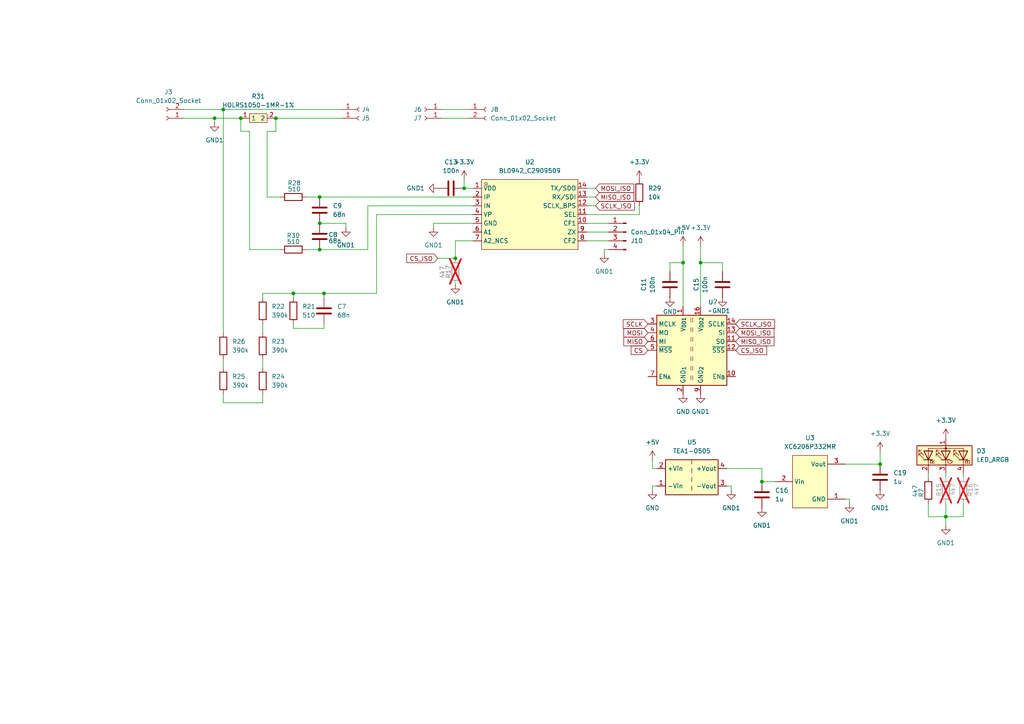
<source format=kicad_sch>
(kicad_sch (version 20231120) (generator "eeschema") (generator_version "8.0")
  (paper "A4")
  (lib_symbols
    (symbol "Connector:Conn_01x01_Socket" (pin_names (offset 1.016) hide)
      (property "Reference" "J" (at 0 2.54 0))
      (property "Value" "Conn_01x01_Socket" (at 0 -2.54 0))
      (symbol "Conn_01x01_Socket_1_1"
        (polyline (pts (xy -1.27 0) (xy -0.508 0)) (stroke (width 0.1524)))
        (arc (start 0 0.508) (mid -0.5058 0) (end 0 -0.508) (stroke (width 0.1524)))
        (pin passive line (at -5.08 0 0) (length 3.81) (name "Pin_1") (number "1"))
      )
    )
    (symbol "Connector:Conn_01x02_Socket" (pin_names (offset 1.016) hide)
      (property "Reference" "J" (at 0 2.54 0))
      (property "Value" "Conn_01x02_Socket" (at 0 -5.08 0))
      (symbol "Conn_01x02_Socket_1_1"
        (arc (start 0 -2.032) (mid -0.5058 -2.54) (end 0 -3.048) (stroke (width 0.1524)))
        (polyline (pts (xy -1.27 -2.54) (xy -0.508 -2.54)) (stroke (width 0.1524)))
        (polyline (pts (xy -1.27 0) (xy -0.508 0)) (stroke (width 0.1524)))
        (arc (start 0 0.508) (mid -0.5058 0) (end 0 -0.508) (stroke (width 0.1524)))
        (pin passive line (at -5.08 0 0) (length 3.81) (name "Pin_1") (number "1"))
        (pin passive line (at -5.08 -2.54 0) (length 3.81) (name "Pin_2") (number "2"))
      )
    )
    (symbol "Connector:Conn_01x04_Pin" (pin_names (offset 1.016) hide)
      (property "Reference" "J" (at 0 5.08 0))
      (property "Value" "Conn_01x04_Pin" (at 0 -7.62 0))
      (symbol "Conn_01x04_Pin_1_1"
        (polyline (pts (xy 1.27 -5.08) (xy 0.8636 -5.08)) (stroke (width 0.1524)))
        (polyline (pts (xy 1.27 -2.54) (xy 0.8636 -2.54)) (stroke (width 0.1524)))
        (polyline (pts (xy 1.27 0) (xy 0.8636 0)) (stroke (width 0.1524)))
        (polyline (pts (xy 1.27 2.54) (xy 0.8636 2.54)) (stroke (width 0.1524)))
        (rectangle (start 0.8636 -4.953) (end 0 -5.207) (stroke (width 0.1524)) (fill (type outline)))
        (rectangle (start 0.8636 -2.413) (end 0 -2.667) (stroke (width 0.1524)) (fill (type outline)))
        (rectangle (start 0.8636 0.127) (end 0 -0.127) (stroke (width 0.1524)) (fill (type outline)))
        (rectangle (start 0.8636 2.667) (end 0 2.413) (stroke (width 0.1524)) (fill (type outline)))
        (pin passive line (at 5.08 2.54 180) (length 3.81) (name "Pin_1") (number "1"))
        (pin passive line (at 5.08 0 180) (length 3.81) (name "Pin_2") (number "2"))
        (pin passive line (at 5.08 -2.54 180) (length 3.81) (name "Pin_3") (number "3"))
        (pin passive line (at 5.08 -5.08 180) (length 3.81) (name "Pin_4") (number "4"))
      )
    )
    (symbol "Converter_DCDC:TEA1-0505"
      (property "Reference" "U" (at -7.62 6.35 0))
      (property "Value" "TEA1-0505" (at -2.54 6.35 0))
      (symbol "TEA1-0505_0_0"
        (pin power_in line (at -10.16 -2.54 0) (length 2.54) (name "-Vin") (number "1"))
        (pin power_in line (at -10.16 2.54 0) (length 2.54) (name "+Vin") (number "2"))
        (pin power_out line (at 10.16 -2.54 180) (length 2.54) (name "-Vout") (number "3"))
        (pin power_out line (at 10.16 2.54 180) (length 2.54) (name "+Vout") (number "4"))
      )
      (symbol "TEA1-0505_0_1"
        (rectangle (start -7.62 5.08) (end 7.62 -5.08) (stroke (width 0.254)) (fill (type background)))
        (polyline (pts (xy 0 -2.54) (xy 0 -3.81)))
        (polyline (pts (xy 0 0) (xy 0 -1.27)))
        (polyline (pts (xy 0 2.54) (xy 0 1.27)))
        (polyline (pts (xy 0 5.08) (xy 0 3.81)))
      )
    )
    (symbol "Device:C" (pin_numbers hide) (pin_names (offset 0.254))
      (property "Reference" "C" (at 0.635 2.54 0))
      (property "Value" "C" (at 0.635 -2.54 0))
      (symbol "C_0_1"
        (polyline (pts (xy -2.032 -0.762) (xy 2.032 -0.762)) (stroke (width 0.508)))
        (polyline (pts (xy -2.032 0.762) (xy 2.032 0.762)) (stroke (width 0.508)))
      )
      (symbol "C_1_1"
        (pin passive line (at 0 3.81 270) (length 2.794) (name "~") (number "1"))
        (pin passive line (at 0 -3.81 90) (length 2.794) (name "~") (number "2"))
      )
    )
    (symbol "Device:LED_ARGB" (pin_names (offset 0) hide)
      (property "Reference" "D" (at 0 9.398 0))
      (property "Value" "LED_ARGB" (at 0 -8.89 0))
      (symbol "LED_ARGB_0_0"
        (text "B" (at -1.905 -6.35 0) (effects (font (size 1.27 1.27))))
        (text "G" (at -1.905 -1.27 0) (effects (font (size 1.27 1.27))))
        (text "R" (at -1.905 3.81 0) (effects (font (size 1.27 1.27))))
      )
      (symbol "LED_ARGB_0_1"
        (polyline (pts (xy -1.27 -5.08) (xy -2.54 -5.08)))
        (polyline (pts (xy -1.27 -5.08) (xy 1.27 -5.08)))
        (polyline (pts (xy -1.27 -3.81) (xy -1.27 -6.35)) (stroke (width 0.254)))
        (polyline (pts (xy -1.27 0) (xy -2.54 0)))
        (polyline (pts (xy -1.27 1.27) (xy -1.27 -1.27)) (stroke (width 0.254)))
        (polyline (pts (xy -1.27 5.08) (xy -2.54 5.08)))
        (polyline (pts (xy -1.27 5.08) (xy 1.27 5.08)))
        (polyline (pts (xy -1.27 6.35) (xy -1.27 3.81)) (stroke (width 0.254)))
        (polyline (pts (xy 1.27 0) (xy -1.27 0)))
        (polyline (pts (xy 1.27 0) (xy 2.54 0)))
        (polyline (pts (xy -1.27 1.27) (xy -1.27 -1.27) (xy -1.27 -1.27)))
        (polyline (pts (xy -1.27 6.35) (xy -1.27 3.81) (xy -1.27 3.81)))
        (polyline (pts (xy 1.27 -5.08) (xy 2.032 -5.08) (xy 2.032 5.08) (xy 1.27 5.08)))
        (polyline (pts (xy 1.27 -3.81) (xy 1.27 -6.35) (xy -1.27 -5.08) (xy 1.27 -3.81)) (stroke (width 0.254)))
        (polyline (pts (xy 1.27 1.27) (xy 1.27 -1.27) (xy -1.27 0) (xy 1.27 1.27)) (stroke (width 0.254)))
        (polyline (pts (xy 1.27 6.35) (xy 1.27 3.81) (xy -1.27 5.08) (xy 1.27 6.35)) (stroke (width 0.254)))
        (polyline (pts (xy -1.016 -3.81) (xy 0.508 -2.286) (xy -0.254 -2.286) (xy 0.508 -2.286) (xy 0.508 -3.048)))
        (polyline (pts (xy -1.016 1.27) (xy 0.508 2.794) (xy -0.254 2.794) (xy 0.508 2.794) (xy 0.508 2.032)))
        (polyline (pts (xy -1.016 6.35) (xy 0.508 7.874) (xy -0.254 7.874) (xy 0.508 7.874) (xy 0.508 7.112)))
        (polyline (pts (xy 0 -3.81) (xy 1.524 -2.286) (xy 0.762 -2.286) (xy 1.524 -2.286) (xy 1.524 -3.048)))
        (polyline (pts (xy 0 1.27) (xy 1.524 2.794) (xy 0.762 2.794) (xy 1.524 2.794) (xy 1.524 2.032)))
        (polyline (pts (xy 0 6.35) (xy 1.524 7.874) (xy 0.762 7.874) (xy 1.524 7.874) (xy 1.524 7.112)))
        (rectangle (start 1.27 -1.27) (end 1.27 1.27))
        (rectangle (start 1.27 1.27) (end 1.27 1.27))
        (rectangle (start 1.27 3.81) (end 1.27 6.35))
        (rectangle (start 1.27 6.35) (end 1.27 6.35))
        (circle (center 2.032 0) (radius 0.254) (fill (type outline)))
        (rectangle (start 2.794 8.382) (end -2.794 -7.62) (stroke (width 0.254)) (fill (type background)))
      )
      (symbol "LED_ARGB_1_1"
        (pin passive line (at 5.08 0 180) (length 2.54) (name "A") (number "1"))
        (pin passive line (at -5.08 5.08 0) (length 2.54) (name "RK") (number "2"))
        (pin passive line (at -5.08 0 0) (length 2.54) (name "GK") (number "3"))
        (pin passive line (at -5.08 -5.08 0) (length 2.54) (name "BK") (number "4"))
      )
    )
    (symbol "Device:R" (pin_numbers hide) (pin_names (offset 0))
      (property "Reference" "R" (at 2.032 0 90))
      (property "Value" "R" (at 0 0 90))
      (symbol "R_0_1"
        (rectangle (start -1.016 -2.54) (end 1.016 2.54) (stroke (width 0.254)))
      )
      (symbol "R_1_1"
        (pin passive line (at 0 3.81 270) (length 1.27) (name "~") (number "1"))
        (pin passive line (at 0 -3.81 90) (length 1.27) (name "~") (number "2"))
      )
    )
    (symbol "LCSC:BL0942_C2909509"
      (property "Reference" "U" (at 0 12.7 0))
      (property "Value" "BL0942_C2909509" (at 0 -12.7 0))
      (symbol "BL0942_C2909509_0_1"
        (rectangle (start -13.97 10.16) (end 13.97 -10.16) (fill (type background)))
        (circle (center -12.7 8.89) (radius 0.38))
        (pin unspecified line (at -16.51 7.62 0) (length 2.54) (name "VDD") (number "1"))
        (pin unspecified line (at 16.51 -2.54 180) (length 2.54) (name "CF1") (number "10"))
        (pin unspecified line (at 16.51 0 180) (length 2.54) (name "SEL") (number "11"))
        (pin unspecified line (at 16.51 2.54 180) (length 2.54) (name "SCLK_BPS") (number "12"))
        (pin unspecified line (at 16.51 5.08 180) (length 2.54) (name "RX/SDI") (number "13"))
        (pin unspecified line (at 16.51 7.62 180) (length 2.54) (name "TX/SDO") (number "14"))
        (pin unspecified line (at -16.51 5.08 0) (length 2.54) (name "IP") (number "2"))
        (pin unspecified line (at -16.51 2.54 0) (length 2.54) (name "IN") (number "3"))
        (pin unspecified line (at -16.51 0 0) (length 2.54) (name "VP") (number "4"))
        (pin unspecified line (at -16.51 -2.54 0) (length 2.54) (name "GND") (number "5"))
        (pin unspecified line (at -16.51 -5.08 0) (length 2.54) (name "A1") (number "6"))
        (pin unspecified line (at -16.51 -7.62 0) (length 2.54) (name "A2_NCS") (number "7"))
        (pin unspecified line (at 16.51 -7.62 180) (length 2.54) (name "CF2") (number "8"))
        (pin unspecified line (at 16.51 -5.08 180) (length 2.54) (name "ZX") (number "9"))
      )
    )
    (symbol "LCSC:HOLRS1050-1MR-1%"
      (property "Reference" "R" (at 0 5.08 0))
      (property "Value" "HOLRS1050-1MR-1%" (at 0 -5.08 0))
      (symbol "HOLRS1050-1MR-1%_0_1"
        (rectangle (start -2.54 1.27) (end 2.54 -1.27) (fill (type background)))
        (pin unspecified line (at -5.08 0 0) (length 2.54) (name "1") (number "1"))
        (pin unspecified line (at 5.08 0 180) (length 2.54) (name "2") (number "2"))
      )
    )
    (symbol "LCSC:XC6206P332MR"
      (property "Reference" "U" (at 0 10.16 0))
      (property "Value" "XC6206P332MR" (at 0 -10.16 0))
      (symbol "XC6206P332MR_0_1"
        (rectangle (start -5.08 7.62) (end 5.08 -7.62) (fill (type background)))
        (pin unspecified line (at 10.16 -5.08 180) (length 5.08) (name "GND") (number "1"))
        (pin unspecified line (at -10.16 0 0) (length 5.08) (name "Vin") (number "2"))
        (pin unspecified line (at 10.16 5.08 180) (length 5.08) (name "Vout") (number "3"))
      )
    )
    (symbol "Techbeard:CA-IS3541"
      (property "Reference" "U" (at 0 0 0))
      (symbol "CA-IS3541_0_0"
        (rectangle (start -10.16 13.97) (end 10.16 -6.35) (stroke (width 0.254)) (fill (type background)))
      )
      (symbol "CA-IS3541_1_1"
        (polyline (pts (xy -0.254 -3.556) (xy -0.254 -4.826)) (stroke (width 0.127)))
        (polyline (pts (xy -0.254 -0.762) (xy -0.254 -2.032)) (stroke (width 0.127)))
        (polyline (pts (xy -0.254 2.032) (xy -0.254 0.762)) (stroke (width 0.127)))
        (polyline (pts (xy -0.254 4.826) (xy -0.254 3.556)) (stroke (width 0.127)))
        (polyline (pts (xy -0.254 7.62) (xy -0.254 6.35)) (stroke (width 0.127)))
        (polyline (pts (xy -0.254 10.414) (xy -0.254 9.144)) (stroke (width 0.127)))
        (polyline (pts (xy -0.254 13.208) (xy -0.254 11.938)) (stroke (width 0.127)))
        (polyline (pts (xy 0.254 -3.556) (xy 0.254 -4.826)) (stroke (width 0.127)))
        (polyline (pts (xy 0.254 -0.762) (xy 0.254 -2.032)) (stroke (width 0.127)))
        (polyline (pts (xy 0.254 2.032) (xy 0.254 0.762)) (stroke (width 0.127)))
        (polyline (pts (xy 0.254 4.826) (xy 0.254 3.556)) (stroke (width 0.127)))
        (polyline (pts (xy 0.254 7.62) (xy 0.254 6.35)) (stroke (width 0.127)))
        (polyline (pts (xy 0.254 10.414) (xy 0.254 9.144)) (stroke (width 0.127)))
        (polyline (pts (xy 0.254 13.208) (xy 0.254 11.938)) (stroke (width 0.127)))
        (pin power_in line (at -2.54 16.51 270) (length 2.54) (name "V_{DD1}") (number "1"))
        (pin output line (at 12.7 -3.81 180) (length 2.54) (name "EN_{B}") (number "10"))
        (pin input line (at 12.7 6.35 180) (length 2.54) (name "SO") (number "11"))
        (pin output line (at 12.7 3.81 180) (length 2.54) (name "~{SSS}") (number "12"))
        (pin output line (at 12.7 8.89 180) (length 2.54) (name "SI") (number "13"))
        (pin output line (at 12.7 11.43 180) (length 2.54) (name "SCLK") (number "14"))
        (pin passive line (at 2.54 -8.89 90) (length 2.54) hide (name "GND_{2}") (number "15"))
        (pin power_in line (at 2.54 16.51 270) (length 2.54) (name "V_{DD2}") (number "16"))
        (pin power_in line (at -2.54 -8.89 90) (length 2.54) (name "GND_{1}") (number "2"))
        (pin input line (at -12.7 11.43 0) (length 2.54) (name "MCLK") (number "3"))
        (pin input line (at -12.7 8.89 0) (length 2.54) (name "MO") (number "4"))
        (pin input line (at -12.7 3.81 0) (length 2.54) (name "~{MSS}") (number "5"))
        (pin output line (at -12.7 6.35 0) (length 2.54) (name "MI") (number "6"))
        (pin input line (at -12.7 -3.81 0) (length 2.54) (name "EN_{A}") (number "7"))
        (pin passive line (at -2.54 -8.89 90) (length 2.54) hide (name "GND_{1}") (number "8"))
        (pin power_in line (at 2.54 -8.89 90) (length 2.54) (name "GND_{2}") (number "9"))
      )
    )
    (symbol "power:+3.3V" (power) (pin_numbers hide) (pin_names (offset 0) hide)
      (property "Value" "+3.3V" (at 0 3.556 0))
      (symbol "+3.3V_0_1"
        (polyline (pts (xy -0.762 1.27) (xy 0 2.54)))
        (polyline (pts (xy 0 0) (xy 0 2.54)))
        (polyline (pts (xy 0 2.54) (xy 0.762 1.27)))
      )
      (symbol "+3.3V_1_1"
        (pin power_in line (at 0 0 90) (length 0) (name "~") (number "1"))
      )
    )
    (symbol "power:+5V" (power) (pin_numbers hide) (pin_names (offset 0) hide)
      (property "Value" "+5V" (at 0 3.556 0))
      (symbol "+5V_0_1"
        (polyline (pts (xy -0.762 1.27) (xy 0 2.54)))
        (polyline (pts (xy 0 0) (xy 0 2.54)))
        (polyline (pts (xy 0 2.54) (xy 0.762 1.27)))
      )
      (symbol "+5V_1_1"
        (pin power_in line (at 0 0 90) (length 0) (name "~") (number "1"))
      )
    )
    (symbol "power:GND" (power) (pin_names (offset 0))
      (property "Value" "GND" (at 0 -3.81 0))
      (symbol "GND_0_1"
        (polyline (pts (xy 0 0) (xy 0 -1.27) (xy 1.27 -1.27) (xy 0 -2.54) (xy -1.27 -1.27) (xy 0 -1.27)))
      )
      (symbol "GND_1_1"
        (pin power_in line (at 0 0 270) (length 0) hide (name "GND") (number "1"))
      )
    )
    (symbol "power:GND1" (power) (pin_numbers hide) (pin_names (offset 0) hide)
      (property "Value" "GND1" (at 0 -3.81 0))
      (symbol "GND1_0_1"
        (polyline (pts (xy 0 0) (xy 0 -1.27) (xy 1.27 -1.27) (xy 0 -2.54) (xy -1.27 -1.27) (xy 0 -1.27)))
      )
      (symbol "GND1_1_1"
        (pin power_in line (at 0 0 270) (length 0) (name "~") (number "1"))
      )
    )
  )
  (junction (at 92.71 57.15))
  (junction (at 64.77 31.75))
  (junction (at 69.85 34.29))
  (junction (at 92.71 64.77))
  (junction (at 255.27 134.62))
  (junction (at 198.12 76.2))
  (junction (at 92.71 72.39))
  (junction (at 132.08 74.93))
  (junction (at 85.09 85.09))
  (junction (at 93.98 85.09))
  (junction (at 62.23 34.29))
  (junction (at 80.01 34.29))
  (junction (at 274.32 149.86))
  (junction (at 220.98 139.7))
  (junction (at 203.2 76.2))
  (junction (at 134.62 54.61))
  (wire (pts (xy 172.72 57.15) (xy 170.18 57.15)))
  (wire (pts (xy 176.53 64.77) (xy 170.18 64.77)))
  (wire (pts (xy 127 74.93) (xy 132.08 74.93)))
  (wire (pts (xy 203.2 71.12) (xy 203.2 76.2)))
  (wire (pts (xy 176.53 69.85) (xy 170.18 69.85)))
  (wire (pts (xy 220.98 135.89) (xy 220.98 139.7)))
  (wire (pts (xy 269.24 137.16) (xy 269.24 138.43)))
  (wire (pts (xy 64.77 114.3) (xy 64.77 116.84)))
  (wire (pts (xy 212.09 140.97) (xy 212.09 142.24)))
  (wire (pts (xy 185.42 62.23) (xy 185.42 59.69)))
  (wire (pts (xy 106.68 59.69) (xy 137.16 59.69)))
  (wire (pts (xy 198.12 76.2) (xy 198.12 88.9)))
  (wire (pts (xy 224.79 139.7) (xy 220.98 139.7)))
  (wire (pts (xy 132.08 69.85) (xy 137.16 69.85)))
  (wire (pts (xy 72.39 72.39) (xy 81.28 72.39)))
  (wire (pts (xy 269.24 149.86) (xy 274.32 149.86)))
  (wire (pts (xy 134.62 54.61) (xy 137.16 54.61)))
  (wire (pts (xy 128.27 31.75) (xy 135.89 31.75)))
  (wire (pts (xy 76.2 114.3) (xy 76.2 116.84)))
  (wire (pts (xy 69.85 38.1) (xy 72.39 38.1)))
  (wire (pts (xy 80.01 34.29) (xy 99.06 34.29)))
  (wire (pts (xy 190.5 135.89) (xy 189.23 135.89)))
  (wire (pts (xy 137.16 62.23) (xy 109.22 62.23)))
  (wire (pts (xy 109.22 85.09) (xy 93.98 85.09)))
  (wire (pts (xy 194.31 78.74) (xy 194.31 76.2)))
  (wire (pts (xy 77.47 38.1) (xy 77.47 57.15)))
  (wire (pts (xy 274.32 146.05) (xy 274.32 149.86)))
  (wire (pts (xy 170.18 62.23) (xy 185.42 62.23)))
  (wire (pts (xy 85.09 85.09) (xy 85.09 86.36)))
  (wire (pts (xy 190.5 140.97) (xy 189.23 140.97)))
  (wire (pts (xy 279.4 137.16) (xy 279.4 138.43)))
  (wire (pts (xy 64.77 104.14) (xy 64.77 106.68)))
  (wire (pts (xy 246.38 144.78) (xy 246.38 146.05)))
  (wire (pts (xy 132.08 74.93) (xy 132.08 69.85)))
  (wire (pts (xy 125.73 64.77) (xy 125.73 66.04)))
  (wire (pts (xy 172.72 59.69) (xy 170.18 59.69)))
  (wire (pts (xy 194.31 76.2) (xy 198.12 76.2)))
  (wire (pts (xy 245.11 144.78) (xy 246.38 144.78)))
  (wire (pts (xy 198.12 71.12) (xy 198.12 76.2)))
  (wire (pts (xy 80.01 38.1) (xy 80.01 34.29)))
  (wire (pts (xy 62.23 34.29) (xy 69.85 34.29)))
  (wire (pts (xy 172.72 54.61) (xy 170.18 54.61)))
  (wire (pts (xy 85.09 93.98) (xy 85.09 95.25)))
  (wire (pts (xy 88.9 57.15) (xy 92.71 57.15)))
  (wire (pts (xy 53.34 34.29) (xy 62.23 34.29)))
  (wire (pts (xy 274.32 149.86) (xy 274.32 152.4)))
  (wire (pts (xy 269.24 146.05) (xy 269.24 149.86)))
  (wire (pts (xy 189.23 140.97) (xy 189.23 142.24)))
  (wire (pts (xy 88.9 72.39) (xy 92.71 72.39)))
  (wire (pts (xy 210.82 135.89) (xy 220.98 135.89)))
  (wire (pts (xy 189.23 135.89) (xy 189.23 133.35)))
  (wire (pts (xy 93.98 95.25) (xy 85.09 95.25)))
  (wire (pts (xy 69.85 34.29) (xy 69.85 38.1)))
  (wire (pts (xy 93.98 86.36) (xy 93.98 85.09)))
  (wire (pts (xy 209.55 76.2) (xy 203.2 76.2)))
  (wire (pts (xy 64.77 31.75) (xy 99.06 31.75)))
  (wire (pts (xy 76.2 93.98) (xy 76.2 96.52)))
  (wire (pts (xy 279.4 146.05) (xy 279.4 149.86)))
  (wire (pts (xy 106.68 72.39) (xy 106.68 59.69)))
  (wire (pts (xy 77.47 57.15) (xy 81.28 57.15)))
  (wire (pts (xy 137.16 64.77) (xy 125.73 64.77)))
  (wire (pts (xy 93.98 85.09) (xy 85.09 85.09)))
  (wire (pts (xy 93.98 93.98) (xy 93.98 95.25)))
  (wire (pts (xy 72.39 38.1) (xy 72.39 72.39)))
  (wire (pts (xy 255.27 134.62) (xy 255.27 130.81)))
  (wire (pts (xy 77.47 38.1) (xy 80.01 38.1)))
  (wire (pts (xy 53.34 31.75) (xy 64.77 31.75)))
  (wire (pts (xy 109.22 62.23) (xy 109.22 85.09)))
  (wire (pts (xy 76.2 104.14) (xy 76.2 106.68)))
  (wire (pts (xy 176.53 72.39) (xy 175.26 72.39)))
  (wire (pts (xy 209.55 78.74) (xy 209.55 76.2)))
  (wire (pts (xy 176.53 67.31) (xy 170.18 67.31)))
  (wire (pts (xy 92.71 64.77) (xy 100.33 64.77)))
  (wire (pts (xy 210.82 140.97) (xy 212.09 140.97)))
  (wire (pts (xy 274.32 137.16) (xy 274.32 138.43)))
  (wire (pts (xy 128.27 34.29) (xy 135.89 34.29)))
  (wire (pts (xy 274.32 149.86) (xy 279.4 149.86)))
  (wire (pts (xy 134.62 52.07) (xy 134.62 54.61)))
  (wire (pts (xy 76.2 86.36) (xy 76.2 85.09)))
  (wire (pts (xy 76.2 116.84) (xy 64.77 116.84)))
  (wire (pts (xy 92.71 72.39) (xy 106.68 72.39)))
  (wire (pts (xy 62.23 34.29) (xy 62.23 35.56)))
  (wire (pts (xy 245.11 134.62) (xy 255.27 134.62)))
  (wire (pts (xy 64.77 31.75) (xy 64.77 96.52)))
  (wire (pts (xy 100.33 66.04) (xy 100.33 64.77)))
  (wire (pts (xy 92.71 57.15) (xy 137.16 57.15)))
  (wire (pts (xy 76.2 85.09) (xy 85.09 85.09)))
  (wire (pts (xy 175.26 72.39) (xy 175.26 73.66)))
  (wire (pts (xy 203.2 76.2) (xy 203.2 88.9)))
  (global_label "MOSI_ISO" (shape input) (at 172.72 54.61 0) (property "Intersheetrefs" "${INTERSHEET_REFS}" (effects (hide yes))))
  (global_label "MOSI_ISO" (shape input) (at 213.36 96.52 0) (property "Intersheetrefs" "${INTERSHEET_REFS}" (effects (hide yes))))
  (global_label "SCLK_ISO" (shape input) (at 172.72 59.69 0) (property "Intersheetrefs" "${INTERSHEET_REFS}" (effects (hide yes))))
  (global_label "MISO_ISO" (shape input) (at 213.36 99.06 0) (property "Intersheetrefs" "${INTERSHEET_REFS}" (effects (hide yes))))
  (global_label "MISO" (shape input) (at 187.96 99.06 180) (property "Intersheetrefs" "${INTERSHEET_REFS}" (effects (hide yes))))
  (global_label "CS_ISO" (shape input) (at 127 74.93 180) (property "Intersheetrefs" "${INTERSHEET_REFS}" (effects (hide yes))))
  (global_label "SCLK" (shape input) (at 187.96 93.98 180) (property "Intersheetrefs" "${INTERSHEET_REFS}" (effects (hide yes))))
  (global_label "CS" (shape input) (at 187.96 101.6 180) (property "Intersheetrefs" "${INTERSHEET_REFS}" (effects (hide yes))))
  (global_label "SCLK_ISO" (shape input) (at 213.36 93.98 0) (property "Intersheetrefs" "${INTERSHEET_REFS}" (effects (hide yes))))
  (global_label "CS_ISO" (shape input) (at 213.36 101.6 0) (property "Intersheetrefs" "${INTERSHEET_REFS}" (effects (hide yes))))
  (global_label "MISO_ISO" (shape input) (at 172.72 57.15 0) (property "Intersheetrefs" "${INTERSHEET_REFS}" (effects (hide yes))))
  (global_label "MOSI" (shape input) (at 187.96 96.52 180) (property "Intersheetrefs" "${INTERSHEET_REFS}" (effects (hide yes))))
  (symbol (lib_id "Device:R") (at 279.4 142.24 0) (unit 1) (dnp yes)
    (property "Reference" "R16" (at 281.432 144.018 90) (effects (justify left)))
    (property "Value" "4k7" (at 283.21 143.764 90) (effects (justify left)))
    (property "Footprint" "Resistor_SMD:R_0402_1005Metric" (effects (hide yes)))
    (property "Description" "Resistor" (effects (hide yes)))
  )
  (symbol (lib_id "power:GND1") (at 246.38 146.05 0) (unit 1)
    (property "Reference" "#PWR026" (effects (hide yes)))
    (property "Value" "GND1" (at 246.38 151.13 0))
    (property "Description" "Power symbol creates a global label with name \"GND1\" , ground" (effects (hide yes)))
  )
  (symbol (lib_id "power:GND1") (at 127 54.61 270) (unit 1)
    (property "Reference" "#PWR045" (effects (hide yes)))
    (property "Value" "GND1" (at 123.19 54.6099 90) (effects (justify right)))
    (property "Description" "Power symbol creates a global label with name \"GND1\" , ground" (effects (hide yes)))
  )
  (symbol (lib_id "Connector:Conn_01x01_Socket") (at 123.19 31.75 180) (unit 1)
    (property "Reference" "J6" (at 121.158 31.75 0))
    (property "Value" "Conn_01x01_Socket" (effects (hide yes)))
    (property "Footprint" "TestPoint:TestPoint_THTPad_3.0x3.0mm_Drill1.5mm" (effects (hide yes)))
    (property "Description" "Generic connector, single row, 01x01, script generated" (effects (hide yes)))
  )
  (symbol (lib_id "Device:R") (at 85.09 72.39 90) (unit 1)
    (property "Reference" "R30" (at 85.09 68.326 90))
    (property "Value" "510" (at 85.09 70.104 90))
    (property "Footprint" "Resistor_SMD:R_0603_1608Metric" (effects (hide yes)))
    (property "Description" "Resistor" (effects (hide yes)))
  )
  (symbol (lib_id "power:GND") (at 194.31 86.36 0) (unit 1)
    (property "Reference" "#PWR049" (effects (hide yes)))
    (property "Value" "GND" (at 194.31 90.424 0))
  )
  (symbol (lib_id "power:+3.3V") (at 134.62 52.07 0) (unit 1)
    (property "Reference" "#PWR022" (effects (hide yes)))
    (property "Value" "+3.3V" (at 134.62 46.99 0))
    (property "Description" "Power symbol creates a global label with name \"+3.3V\"" (effects (hide yes)))
  )
  (symbol (lib_id "power:GND1") (at 274.32 152.4 0) (unit 1)
    (property "Reference" "#PWR033" (effects (hide yes)))
    (property "Value" "GND1" (at 274.32 157.48 0))
    (property "Description" "Power symbol creates a global label with name \"GND1\" , ground" (effects (hide yes)))
  )
  (symbol (lib_id "Connector:Conn_01x01_Socket") (at 123.19 34.29 180) (unit 1)
    (property "Reference" "J7" (at 121.158 34.29 0))
    (property "Value" "Conn_01x01_Socket" (effects (hide yes)))
    (property "Footprint" "TestPoint:TestPoint_THTPad_3.0x3.0mm_Drill1.5mm" (effects (hide yes)))
    (property "Description" "Generic connector, single row, 01x01, script generated" (effects (hide yes)))
  )
  (symbol (lib_id "Device:R") (at 76.2 90.17 0) (unit 1)
    (property "Reference" "R22" (at 78.74 88.8999 0) (effects (justify left)))
    (property "Value" "390k" (at 78.74 91.4399 0) (effects (justify left)))
    (property "Footprint" "Resistor_SMD:R_0603_1608Metric" (effects (hide yes)))
    (property "Description" "Resistor" (effects (hide yes)))
  )
  (symbol (lib_id "Techbeard:CA-IS3541") (at 200.66 105.41 0) (unit 1)
    (property "Reference" "U7" (at 205.3941 87.63 0) (effects (justify left)))
    (property "Value" "~" (at 205.3941 90.17 0) (effects (justify left)))
    (property "Footprint" "Package_SO:SOIC-16W_7.5x10.3mm_P1.27mm" (effects (hide yes)))
  )
  (symbol (lib_id "Connector:Conn_01x04_Pin") (at 181.61 67.31 0) (mirror y) (unit 1)
    (property "Reference" "J10" (at 182.88 69.8501 0) (effects (justify right)))
    (property "Value" "Conn_01x04_Pin" (at 182.88 67.3101 0) (effects (justify right)))
    (property "Footprint" "LCSC:CONN-SMD_HCZZ0451-4" (effects (hide yes)))
    (property "Description" "Generic connector, single row, 01x04, script generated" (effects (hide yes)))
  )
  (symbol (lib_id "power:GND1") (at 62.23 35.56 0) (unit 1)
    (property "Reference" "#PWR035" (effects (hide yes)))
    (property "Value" "GND1" (at 62.23 40.64 0))
    (property "Description" "Power symbol creates a global label with name \"GND1\" , ground" (effects (hide yes)))
  )
  (symbol (lib_id "Device:C") (at 92.71 60.96 0) (unit 1)
    (property "Reference" "C9" (at 96.52 59.6899 0) (effects (justify left)))
    (property "Value" "68n" (at 96.52 62.2299 0) (effects (justify left)))
    (property "Footprint" "Capacitor_SMD:C_0402_1005Metric" (effects (hide yes)))
    (property "Description" "Unpolarized capacitor" (effects (hide yes)))
  )
  (symbol (lib_id "Device:LED_ARGB") (at 274.32 132.08 90) (unit 1)
    (property "Reference" "D3" (at 283.21 130.8099 90) (effects (justify right)))
    (property "Value" "LED_ARGB" (at 283.21 133.3499 90) (effects (justify right)))
    (property "Footprint" "LCSC:LED-ARRAY-SMD_MHS110FRGBCT" (effects (hide yes)))
    (property "Description" "RGB LED, anode/red/green/blue" (effects (hide yes)))
  )
  (symbol (lib_id "Device:R") (at 132.08 78.74 0) (unit 1) (dnp yes)
    (property "Reference" "R17" (at 130.048 80.772 90) (effects (justify left)))
    (property "Value" "4k7" (at 128.27 80.772 90) (effects (justify left)))
    (property "Footprint" "Resistor_SMD:R_0402_1005Metric" (effects (hide yes)))
    (property "Description" "Resistor" (effects (hide yes)))
  )
  (symbol (lib_id "Connector:Conn_01x01_Socket") (at 104.14 34.29 0) (unit 1)
    (property "Reference" "J5" (at 104.902 34.29 0) (effects (justify left)))
    (property "Value" "Conn_01x01_Socket" (effects (hide yes)))
    (property "Footprint" "TestPoint:TestPoint_THTPad_3.0x3.0mm_Drill1.5mm" (effects (hide yes)))
    (property "Description" "Generic connector, single row, 01x01, script generated" (effects (hide yes)))
  )
  (symbol (lib_id "Device:R") (at 85.09 57.15 90) (unit 1)
    (property "Reference" "R28" (at 85.344 53.086 90))
    (property "Value" "510" (at 85.344 54.864 90))
    (property "Footprint" "Resistor_SMD:R_0603_1608Metric" (effects (hide yes)))
    (property "Description" "Resistor" (effects (hide yes)))
  )
  (symbol (lib_id "Device:C") (at 220.98 143.51 0) (unit 1)
    (property "Reference" "C16" (at 224.79 142.2399 0) (effects (justify left)))
    (property "Value" "1u" (at 224.79 144.7799 0) (effects (justify left)))
    (property "Footprint" "Capacitor_SMD:C_0402_1005Metric" (effects (hide yes)))
    (property "Description" "Unpolarized capacitor" (effects (hide yes)))
  )
  (symbol (lib_id "LCSC:HOLRS1050-1MR-1%") (at 74.93 34.29 0) (unit 1)
    (property "Reference" "R31" (at 74.93 27.94 0))
    (property "Value" "HOLRS1050-1MR-1%" (at 74.93 30.48 0))
    (property "Footprint" "LCSC:R3920" (effects (hide yes)))
    (property "Datasheet" "https://lcsc.com/product-detail/New-Quadratic-Unclassified-Data_Milliohm-LRS1050-5WR001F_C481472.html" (effects (hide yes)))
    (property "LCSC Part" "C481472" (effects (hide yes)))
  )
  (symbol (lib_id "power:GND1") (at 220.98 147.32 0) (unit 1)
    (property "Reference" "#PWR024" (effects (hide yes)))
    (property "Value" "GND1" (at 220.98 152.4 0))
    (property "Description" "Power symbol creates a global label with name \"GND1\" , ground" (effects (hide yes)))
  )
  (symbol (lib_id "Device:C") (at 92.71 68.58 0) (unit 1)
    (property "Reference" "C8" (at 95.25 68.072 0) (effects (justify left)))
    (property "Value" "68n" (at 95.25 69.85 0) (effects (justify left)))
    (property "Footprint" "Capacitor_SMD:C_0402_1005Metric" (effects (hide yes)))
    (property "Description" "Unpolarized capacitor" (effects (hide yes)))
  )
  (symbol (lib_id "Device:R") (at 269.24 142.24 0) (unit 1)
    (property "Reference" "R7" (at 267.208 144.272 90) (effects (justify left)))
    (property "Value" "4k7" (at 265.43 144.272 90) (effects (justify left)))
    (property "Footprint" "Resistor_SMD:R_0402_1005Metric" (effects (hide yes)))
    (property "Description" "Resistor" (effects (hide yes)))
  )
  (symbol (lib_id "power:GND1") (at 100.33 66.04 0) (unit 1)
    (property "Reference" "#PWR034" (effects (hide yes)))
    (property "Value" "GND1" (at 100.33 71.12 0))
    (property "Description" "Power symbol creates a global label with name \"GND1\" , ground" (effects (hide yes)))
  )
  (symbol (lib_id "Device:C") (at 93.98 90.17 0) (unit 1)
    (property "Reference" "C7" (at 97.79 88.8999 0) (effects (justify left)))
    (property "Value" "68n" (at 97.79 91.4399 0) (effects (justify left)))
    (property "Footprint" "Capacitor_SMD:C_0402_1005Metric" (effects (hide yes)))
    (property "Description" "Unpolarized capacitor" (effects (hide yes)))
  )
  (symbol (lib_id "Connector:Conn_01x02_Socket") (at 140.97 31.75 0) (unit 1)
    (property "Reference" "J8" (at 142.24 31.7499 0) (effects (justify left)))
    (property "Value" "Conn_01x02_Socket" (at 142.24 34.2899 0) (effects (justify left)))
    (property "Footprint" "Techbeard:LPT2,5-2-5,0" (effects (hide yes)))
    (property "Description" "Generic connector, single row, 01x02, script generated" (effects (hide yes)))
  )
  (symbol (lib_id "Converter_DCDC:TEA1-0505") (at 200.66 138.43 0) (unit 1)
    (property "Reference" "U5" (at 200.66 128.27 0))
    (property "Value" "TEA1-0505" (at 200.66 130.81 0))
    (property "Footprint" "Converter_DCDC:Converter_DCDC_TRACO_TEA1-xxxx_THT" (effects (hide yes)))
    (property "Datasheet" "https://www.tracopower.com/products/tea1.pdf" (effects (hide yes)))
    (property "Description" "1W DC/DC converter unregulated, 4.5-5.5V input, 5V output voltage, 200mA output, 1.5kVDC isolation, SIP-4" (effects (hide yes)))
  )
  (symbol (lib_id "power:+3.3V") (at 274.32 127 0) (unit 1)
    (property "Reference" "#PWR032" (effects (hide yes)))
    (property "Value" "+3.3V" (at 274.32 121.92 0))
    (property "Description" "Power symbol creates a global label with name \"+3.3V\"" (effects (hide yes)))
  )
  (symbol (lib_id "power:+3.3V") (at 185.42 52.07 0) (unit 1)
    (property "Reference" "#PWR030" (effects (hide yes)))
    (property "Value" "+3.3V" (at 185.42 46.99 0))
    (property "Description" "Power symbol creates a global label with name \"+3.3V\"" (effects (hide yes)))
  )
  (symbol (lib_id "Device:C") (at 255.27 138.43 0) (unit 1)
    (property "Reference" "C19" (at 259.08 137.1599 0) (effects (justify left)))
    (property "Value" "1u" (at 259.08 139.6999 0) (effects (justify left)))
    (property "Footprint" "Capacitor_SMD:C_0402_1005Metric" (effects (hide yes)))
    (property "Description" "Unpolarized capacitor" (effects (hide yes)))
  )
  (symbol (lib_id "Device:R") (at 64.77 100.33 0) (unit 1)
    (property "Reference" "R26" (at 67.31 99.0599 0) (effects (justify left)))
    (property "Value" "390k" (at 67.31 101.5999 0) (effects (justify left)))
    (property "Footprint" "Resistor_SMD:R_0603_1608Metric" (effects (hide yes)))
    (property "Description" "Resistor" (effects (hide yes)))
  )
  (symbol (lib_id "power:GND1") (at 125.73 66.04 0) (unit 1)
    (property "Reference" "#PWR028" (effects (hide yes)))
    (property "Value" "GND1" (at 125.73 71.12 0))
    (property "Description" "Power symbol creates a global label with name \"GND1\" , ground" (effects (hide yes)))
  )
  (symbol (lib_id "Device:R") (at 185.42 55.88 0) (unit 1)
    (property "Reference" "R29" (at 187.96 54.6099 0) (effects (justify left)))
    (property "Value" "10k" (at 187.96 57.1499 0) (effects (justify left)))
    (property "Footprint" "Resistor_SMD:R_0402_1005Metric" (effects (hide yes)))
    (property "Description" "Resistor" (effects (hide yes)))
  )
  (symbol (lib_id "power:GND1") (at 132.08 82.55 0) (unit 1)
    (property "Reference" "#PWR051" (effects (hide yes)))
    (property "Value" "GND1" (at 132.08 87.63 0))
    (property "Description" "Power symbol creates a global label with name \"GND1\" , ground" (effects (hide yes)))
  )
  (symbol (lib_id "power:+5V") (at 198.12 71.12 0) (unit 1)
    (property "Reference" "#PWR041" (effects (hide yes)))
    (property "Value" "+5V" (at 198.12 66.04 0))
    (property "Description" "Power symbol creates a global label with name \"+5V\"" (effects (hide yes)))
  )
  (symbol (lib_id "Connector:Conn_01x02_Socket") (at 48.26 34.29 180) (unit 1)
    (property "Reference" "J3" (at 48.895 26.67 0))
    (property "Value" "Conn_01x02_Socket" (at 48.895 29.21 0))
    (property "Footprint" "Techbeard:LPT2,5-2-5,0" (effects (hide yes)))
    (property "Description" "Generic connector, single row, 01x02, script generated" (effects (hide yes)))
  )
  (symbol (lib_id "power:GND1") (at 203.2 114.3 0) (unit 1)
    (property "Reference" "#PWR042" (effects (hide yes)))
    (property "Value" "GND1" (at 203.2 119.38 0))
    (property "Description" "Power symbol creates a global label with name \"GND1\" , ground" (effects (hide yes)))
  )
  (symbol (lib_id "LCSC:XC6206P332MR") (at 234.95 139.7 0) (unit 1)
    (property "Reference" "U3" (at 234.95 127 0))
    (property "Value" "XC6206P332MR" (at 234.95 129.54 0))
    (property "Footprint" "LCSC:SOT-23-3_L2.9-W1.6-P1.90-LS2.8-BR" (effects (hide yes)))
    (property "Datasheet" "https://lcsc.com/product-detail/Low-Dropout-Regulators-LDO_XC6206P332MR_C5446.html" (effects (hide yes)))
    (property "LCSC Part" "C5446" (effects (hide yes)))
  )
  (symbol (lib_id "power:GND1") (at 175.26 73.66 0) (unit 1)
    (property "Reference" "#PWR052" (effects (hide yes)))
    (property "Value" "GND1" (at 175.26 78.74 0))
    (property "Description" "Power symbol creates a global label with name \"GND1\" , ground" (effects (hide yes)))
  )
  (symbol (lib_id "power:GND") (at 198.12 114.3 0) (unit 1)
    (property "Reference" "#PWR044" (effects (hide yes)))
    (property "Value" "GND" (at 198.12 119.38 0))
  )
  (symbol (lib_id "power:+3.3V") (at 203.2 71.12 0) (unit 1)
    (property "Reference" "#PWR038" (effects (hide yes)))
    (property "Value" "+3.3V" (at 203.2 66.04 0))
    (property "Description" "Power symbol creates a global label with name \"+3.3V\"" (effects (hide yes)))
  )
  (symbol (lib_id "Device:C") (at 209.55 82.55 180) (unit 1)
    (property "Reference" "C15" (at 201.93 82.55 90))
    (property "Value" "100n" (at 204.47 82.55 90))
    (property "Footprint" "Capacitor_SMD:C_0402_1005Metric" (effects (hide yes)))
    (property "Description" "Unpolarized capacitor" (effects (hide yes)))
  )
  (symbol (lib_id "power:+5V") (at 189.23 133.35 0) (unit 1)
    (property "Reference" "#PWR02" (effects (hide yes)))
    (property "Value" "+5V" (at 189.23 128.27 0))
    (property "Description" "Power symbol creates a global label with name \"+5V\"" (effects (hide yes)))
  )
  (symbol (lib_id "Device:R") (at 76.2 100.33 0) (unit 1)
    (property "Reference" "R23" (at 78.74 99.0599 0) (effects (justify left)))
    (property "Value" "390k" (at 78.74 101.5999 0) (effects (justify left)))
    (property "Footprint" "Resistor_SMD:R_0603_1608Metric" (effects (hide yes)))
    (property "Description" "Resistor" (effects (hide yes)))
  )
  (symbol (lib_id "Device:R") (at 85.09 90.17 0) (unit 1)
    (property "Reference" "R21" (at 87.63 88.8999 0) (effects (justify left)))
    (property "Value" "510" (at 87.63 91.4399 0) (effects (justify left)))
    (property "Footprint" "Resistor_SMD:R_0603_1608Metric" (effects (hide yes)))
    (property "Description" "Resistor" (effects (hide yes)))
  )
  (symbol (lib_id "power:GND1") (at 255.27 142.24 0) (unit 1)
    (property "Reference" "#PWR029" (effects (hide yes)))
    (property "Value" "GND1" (at 255.27 147.32 0))
    (property "Description" "Power symbol creates a global label with name \"GND1\" , ground" (effects (hide yes)))
  )
  (symbol (lib_id "LCSC:BL0942_C2909509") (at 153.67 62.23 0) (unit 1)
    (property "Reference" "U2" (at 153.67 46.99 0))
    (property "Value" "BL0942_C2909509" (at 153.67 49.53 0))
    (property "Footprint" "LCSC:TSSOP-14_L5.0-W4.4-P0.65-LS6.4-BL" (effects (hide yes)))
    (property "LCSC Part" "C2909509" (effects (hide yes)))
  )
  (symbol (lib_id "Device:R") (at 64.77 110.49 0) (unit 1)
    (property "Reference" "R25" (at 67.31 109.2199 0) (effects (justify left)))
    (property "Value" "390k" (at 67.31 111.7599 0) (effects (justify left)))
    (property "Footprint" "Resistor_SMD:R_0603_1608Metric" (effects (hide yes)))
    (property "Description" "Resistor" (effects (hide yes)))
  )
  (symbol (lib_id "Connector:Conn_01x01_Socket") (at 104.14 31.75 0) (unit 1)
    (property "Reference" "J4" (at 104.902 31.75 0) (effects (justify left)))
    (property "Value" "Conn_01x01_Socket" (effects (hide yes)))
    (property "Footprint" "TestPoint:TestPoint_THTPad_3.0x3.0mm_Drill1.5mm" (effects (hide yes)))
    (property "Description" "Generic connector, single row, 01x01, script generated" (effects (hide yes)))
  )
  (symbol (lib_id "power:GND1") (at 209.55 86.36 0) (unit 1)
    (property "Reference" "#PWR050" (effects (hide yes)))
    (property "Value" "GND1" (at 211.836 90.17 0) (effects (justify right)))
    (property "Description" "Power symbol creates a global label with name \"GND1\" , ground" (effects (hide yes)))
  )
  (symbol (lib_id "Device:C") (at 130.81 54.61 90) (unit 1)
    (property "Reference" "C13" (at 130.81 46.99 90))
    (property "Value" "100n" (at 130.81 49.53 90))
    (property "Footprint" "Capacitor_SMD:C_0402_1005Metric" (effects (hide yes)))
    (property "Description" "Unpolarized capacitor" (effects (hide yes)))
  )
  (symbol (lib_id "Device:C") (at 194.31 82.55 180) (unit 1)
    (property "Reference" "C11" (at 186.69 82.55 90))
    (property "Value" "100n" (at 189.23 82.55 90))
    (property "Footprint" "Capacitor_SMD:C_0402_1005Metric" (effects (hide yes)))
    (property "Description" "Unpolarized capacitor" (effects (hide yes)))
  )
  (symbol (lib_id "power:GND1") (at 212.09 142.24 0) (unit 1)
    (property "Reference" "#PWR037" (effects (hide yes)))
    (property "Value" "GND1" (at 212.09 147.32 0))
    (property "Description" "Power symbol creates a global label with name \"GND1\" , ground" (effects (hide yes)))
  )
  (symbol (lib_id "power:GND") (at 189.23 142.24 0) (unit 1)
    (property "Reference" "#PWR036" (effects (hide yes)))
    (property "Value" "GND" (at 189.23 147.32 0))
  )
  (symbol (lib_id "power:+3.3V") (at 255.27 130.81 0) (unit 1)
    (property "Reference" "#PWR01" (effects (hide yes)))
    (property "Value" "+3.3V" (at 255.27 125.73 0))
    (property "Description" "Power symbol creates a global label with name \"+3.3V\"" (effects (hide yes)))
  )
  (symbol (lib_id "Device:R") (at 274.32 142.24 0) (unit 1) (dnp yes)
    (property "Reference" "R15" (at 272.288 144.018 90) (effects (justify left)))
    (property "Value" "4k7" (at 276.352 143.764 90) (effects (justify left)))
    (property "Footprint" "Resistor_SMD:R_0402_1005Metric" (effects (hide yes)))
    (property "Description" "Resistor" (effects (hide yes)))
  )
  (symbol (lib_id "Device:R") (at 76.2 110.49 0) (unit 1)
    (property "Reference" "R24" (at 78.74 109.2199 0) (effects (justify left)))
    (property "Value" "390k" (at 78.74 111.7599 0) (effects (justify left)))
    (property "Footprint" "Resistor_SMD:R_0603_1608Metric" (effects (hide yes)))
    (property "Description" "Resistor" (effects (hide yes)))
  )
)
</source>
